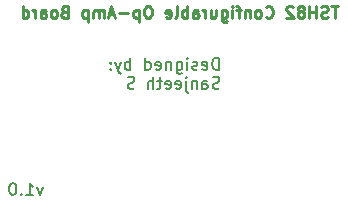
<source format=gbr>
%TF.GenerationSoftware,KiCad,Pcbnew,9.0.5*%
%TF.CreationDate,2025-12-25T12:25:27+05:30*%
%TF.ProjectId,TSH82_Configurable_Op-amp_Board,54534838-325f-4436-9f6e-666967757261,v1.1*%
%TF.SameCoordinates,Original*%
%TF.FileFunction,Legend,Bot*%
%TF.FilePolarity,Positive*%
%FSLAX46Y46*%
G04 Gerber Fmt 4.6, Leading zero omitted, Abs format (unit mm)*
G04 Created by KiCad (PCBNEW 9.0.5) date 2025-12-25 12:25:27*
%MOMM*%
%LPD*%
G01*
G04 APERTURE LIST*
%ADD10C,0.200000*%
%ADD11C,0.250000*%
G04 APERTURE END LIST*
D10*
X146630326Y-97257275D02*
X146630326Y-96257275D01*
X146630326Y-96257275D02*
X146392231Y-96257275D01*
X146392231Y-96257275D02*
X146249374Y-96304894D01*
X146249374Y-96304894D02*
X146154136Y-96400132D01*
X146154136Y-96400132D02*
X146106517Y-96495370D01*
X146106517Y-96495370D02*
X146058898Y-96685846D01*
X146058898Y-96685846D02*
X146058898Y-96828703D01*
X146058898Y-96828703D02*
X146106517Y-97019179D01*
X146106517Y-97019179D02*
X146154136Y-97114417D01*
X146154136Y-97114417D02*
X146249374Y-97209656D01*
X146249374Y-97209656D02*
X146392231Y-97257275D01*
X146392231Y-97257275D02*
X146630326Y-97257275D01*
X145249374Y-97209656D02*
X145344612Y-97257275D01*
X145344612Y-97257275D02*
X145535088Y-97257275D01*
X145535088Y-97257275D02*
X145630326Y-97209656D01*
X145630326Y-97209656D02*
X145677945Y-97114417D01*
X145677945Y-97114417D02*
X145677945Y-96733465D01*
X145677945Y-96733465D02*
X145630326Y-96638227D01*
X145630326Y-96638227D02*
X145535088Y-96590608D01*
X145535088Y-96590608D02*
X145344612Y-96590608D01*
X145344612Y-96590608D02*
X145249374Y-96638227D01*
X145249374Y-96638227D02*
X145201755Y-96733465D01*
X145201755Y-96733465D02*
X145201755Y-96828703D01*
X145201755Y-96828703D02*
X145677945Y-96923941D01*
X144820802Y-97209656D02*
X144725564Y-97257275D01*
X144725564Y-97257275D02*
X144535088Y-97257275D01*
X144535088Y-97257275D02*
X144439850Y-97209656D01*
X144439850Y-97209656D02*
X144392231Y-97114417D01*
X144392231Y-97114417D02*
X144392231Y-97066798D01*
X144392231Y-97066798D02*
X144439850Y-96971560D01*
X144439850Y-96971560D02*
X144535088Y-96923941D01*
X144535088Y-96923941D02*
X144677945Y-96923941D01*
X144677945Y-96923941D02*
X144773183Y-96876322D01*
X144773183Y-96876322D02*
X144820802Y-96781084D01*
X144820802Y-96781084D02*
X144820802Y-96733465D01*
X144820802Y-96733465D02*
X144773183Y-96638227D01*
X144773183Y-96638227D02*
X144677945Y-96590608D01*
X144677945Y-96590608D02*
X144535088Y-96590608D01*
X144535088Y-96590608D02*
X144439850Y-96638227D01*
X143963659Y-97257275D02*
X143963659Y-96590608D01*
X143963659Y-96257275D02*
X144011278Y-96304894D01*
X144011278Y-96304894D02*
X143963659Y-96352513D01*
X143963659Y-96352513D02*
X143916040Y-96304894D01*
X143916040Y-96304894D02*
X143963659Y-96257275D01*
X143963659Y-96257275D02*
X143963659Y-96352513D01*
X143058898Y-96590608D02*
X143058898Y-97400132D01*
X143058898Y-97400132D02*
X143106517Y-97495370D01*
X143106517Y-97495370D02*
X143154136Y-97542989D01*
X143154136Y-97542989D02*
X143249374Y-97590608D01*
X143249374Y-97590608D02*
X143392231Y-97590608D01*
X143392231Y-97590608D02*
X143487469Y-97542989D01*
X143058898Y-97209656D02*
X143154136Y-97257275D01*
X143154136Y-97257275D02*
X143344612Y-97257275D01*
X143344612Y-97257275D02*
X143439850Y-97209656D01*
X143439850Y-97209656D02*
X143487469Y-97162036D01*
X143487469Y-97162036D02*
X143535088Y-97066798D01*
X143535088Y-97066798D02*
X143535088Y-96781084D01*
X143535088Y-96781084D02*
X143487469Y-96685846D01*
X143487469Y-96685846D02*
X143439850Y-96638227D01*
X143439850Y-96638227D02*
X143344612Y-96590608D01*
X143344612Y-96590608D02*
X143154136Y-96590608D01*
X143154136Y-96590608D02*
X143058898Y-96638227D01*
X142582707Y-96590608D02*
X142582707Y-97257275D01*
X142582707Y-96685846D02*
X142535088Y-96638227D01*
X142535088Y-96638227D02*
X142439850Y-96590608D01*
X142439850Y-96590608D02*
X142296993Y-96590608D01*
X142296993Y-96590608D02*
X142201755Y-96638227D01*
X142201755Y-96638227D02*
X142154136Y-96733465D01*
X142154136Y-96733465D02*
X142154136Y-97257275D01*
X141296993Y-97209656D02*
X141392231Y-97257275D01*
X141392231Y-97257275D02*
X141582707Y-97257275D01*
X141582707Y-97257275D02*
X141677945Y-97209656D01*
X141677945Y-97209656D02*
X141725564Y-97114417D01*
X141725564Y-97114417D02*
X141725564Y-96733465D01*
X141725564Y-96733465D02*
X141677945Y-96638227D01*
X141677945Y-96638227D02*
X141582707Y-96590608D01*
X141582707Y-96590608D02*
X141392231Y-96590608D01*
X141392231Y-96590608D02*
X141296993Y-96638227D01*
X141296993Y-96638227D02*
X141249374Y-96733465D01*
X141249374Y-96733465D02*
X141249374Y-96828703D01*
X141249374Y-96828703D02*
X141725564Y-96923941D01*
X140392231Y-97257275D02*
X140392231Y-96257275D01*
X140392231Y-97209656D02*
X140487469Y-97257275D01*
X140487469Y-97257275D02*
X140677945Y-97257275D01*
X140677945Y-97257275D02*
X140773183Y-97209656D01*
X140773183Y-97209656D02*
X140820802Y-97162036D01*
X140820802Y-97162036D02*
X140868421Y-97066798D01*
X140868421Y-97066798D02*
X140868421Y-96781084D01*
X140868421Y-96781084D02*
X140820802Y-96685846D01*
X140820802Y-96685846D02*
X140773183Y-96638227D01*
X140773183Y-96638227D02*
X140677945Y-96590608D01*
X140677945Y-96590608D02*
X140487469Y-96590608D01*
X140487469Y-96590608D02*
X140392231Y-96638227D01*
X139154135Y-97257275D02*
X139154135Y-96257275D01*
X139154135Y-96638227D02*
X139058897Y-96590608D01*
X139058897Y-96590608D02*
X138868421Y-96590608D01*
X138868421Y-96590608D02*
X138773183Y-96638227D01*
X138773183Y-96638227D02*
X138725564Y-96685846D01*
X138725564Y-96685846D02*
X138677945Y-96781084D01*
X138677945Y-96781084D02*
X138677945Y-97066798D01*
X138677945Y-97066798D02*
X138725564Y-97162036D01*
X138725564Y-97162036D02*
X138773183Y-97209656D01*
X138773183Y-97209656D02*
X138868421Y-97257275D01*
X138868421Y-97257275D02*
X139058897Y-97257275D01*
X139058897Y-97257275D02*
X139154135Y-97209656D01*
X138344611Y-96590608D02*
X138106516Y-97257275D01*
X137868421Y-96590608D02*
X138106516Y-97257275D01*
X138106516Y-97257275D02*
X138201754Y-97495370D01*
X138201754Y-97495370D02*
X138249373Y-97542989D01*
X138249373Y-97542989D02*
X138344611Y-97590608D01*
X137487468Y-97162036D02*
X137439849Y-97209656D01*
X137439849Y-97209656D02*
X137487468Y-97257275D01*
X137487468Y-97257275D02*
X137535087Y-97209656D01*
X137535087Y-97209656D02*
X137487468Y-97162036D01*
X137487468Y-97162036D02*
X137487468Y-97257275D01*
X137487468Y-96638227D02*
X137439849Y-96685846D01*
X137439849Y-96685846D02*
X137487468Y-96733465D01*
X137487468Y-96733465D02*
X137535087Y-96685846D01*
X137535087Y-96685846D02*
X137487468Y-96638227D01*
X137487468Y-96638227D02*
X137487468Y-96733465D01*
X146677945Y-98819600D02*
X146535088Y-98867219D01*
X146535088Y-98867219D02*
X146296993Y-98867219D01*
X146296993Y-98867219D02*
X146201755Y-98819600D01*
X146201755Y-98819600D02*
X146154136Y-98771980D01*
X146154136Y-98771980D02*
X146106517Y-98676742D01*
X146106517Y-98676742D02*
X146106517Y-98581504D01*
X146106517Y-98581504D02*
X146154136Y-98486266D01*
X146154136Y-98486266D02*
X146201755Y-98438647D01*
X146201755Y-98438647D02*
X146296993Y-98391028D01*
X146296993Y-98391028D02*
X146487469Y-98343409D01*
X146487469Y-98343409D02*
X146582707Y-98295790D01*
X146582707Y-98295790D02*
X146630326Y-98248171D01*
X146630326Y-98248171D02*
X146677945Y-98152933D01*
X146677945Y-98152933D02*
X146677945Y-98057695D01*
X146677945Y-98057695D02*
X146630326Y-97962457D01*
X146630326Y-97962457D02*
X146582707Y-97914838D01*
X146582707Y-97914838D02*
X146487469Y-97867219D01*
X146487469Y-97867219D02*
X146249374Y-97867219D01*
X146249374Y-97867219D02*
X146106517Y-97914838D01*
X145249374Y-98867219D02*
X145249374Y-98343409D01*
X145249374Y-98343409D02*
X145296993Y-98248171D01*
X145296993Y-98248171D02*
X145392231Y-98200552D01*
X145392231Y-98200552D02*
X145582707Y-98200552D01*
X145582707Y-98200552D02*
X145677945Y-98248171D01*
X145249374Y-98819600D02*
X145344612Y-98867219D01*
X145344612Y-98867219D02*
X145582707Y-98867219D01*
X145582707Y-98867219D02*
X145677945Y-98819600D01*
X145677945Y-98819600D02*
X145725564Y-98724361D01*
X145725564Y-98724361D02*
X145725564Y-98629123D01*
X145725564Y-98629123D02*
X145677945Y-98533885D01*
X145677945Y-98533885D02*
X145582707Y-98486266D01*
X145582707Y-98486266D02*
X145344612Y-98486266D01*
X145344612Y-98486266D02*
X145249374Y-98438647D01*
X144773183Y-98200552D02*
X144773183Y-98867219D01*
X144773183Y-98295790D02*
X144725564Y-98248171D01*
X144725564Y-98248171D02*
X144630326Y-98200552D01*
X144630326Y-98200552D02*
X144487469Y-98200552D01*
X144487469Y-98200552D02*
X144392231Y-98248171D01*
X144392231Y-98248171D02*
X144344612Y-98343409D01*
X144344612Y-98343409D02*
X144344612Y-98867219D01*
X143868421Y-98200552D02*
X143868421Y-99057695D01*
X143868421Y-99057695D02*
X143916040Y-99152933D01*
X143916040Y-99152933D02*
X144011278Y-99200552D01*
X144011278Y-99200552D02*
X144058897Y-99200552D01*
X143868421Y-97867219D02*
X143916040Y-97914838D01*
X143916040Y-97914838D02*
X143868421Y-97962457D01*
X143868421Y-97962457D02*
X143820802Y-97914838D01*
X143820802Y-97914838D02*
X143868421Y-97867219D01*
X143868421Y-97867219D02*
X143868421Y-97962457D01*
X143011279Y-98819600D02*
X143106517Y-98867219D01*
X143106517Y-98867219D02*
X143296993Y-98867219D01*
X143296993Y-98867219D02*
X143392231Y-98819600D01*
X143392231Y-98819600D02*
X143439850Y-98724361D01*
X143439850Y-98724361D02*
X143439850Y-98343409D01*
X143439850Y-98343409D02*
X143392231Y-98248171D01*
X143392231Y-98248171D02*
X143296993Y-98200552D01*
X143296993Y-98200552D02*
X143106517Y-98200552D01*
X143106517Y-98200552D02*
X143011279Y-98248171D01*
X143011279Y-98248171D02*
X142963660Y-98343409D01*
X142963660Y-98343409D02*
X142963660Y-98438647D01*
X142963660Y-98438647D02*
X143439850Y-98533885D01*
X142154136Y-98819600D02*
X142249374Y-98867219D01*
X142249374Y-98867219D02*
X142439850Y-98867219D01*
X142439850Y-98867219D02*
X142535088Y-98819600D01*
X142535088Y-98819600D02*
X142582707Y-98724361D01*
X142582707Y-98724361D02*
X142582707Y-98343409D01*
X142582707Y-98343409D02*
X142535088Y-98248171D01*
X142535088Y-98248171D02*
X142439850Y-98200552D01*
X142439850Y-98200552D02*
X142249374Y-98200552D01*
X142249374Y-98200552D02*
X142154136Y-98248171D01*
X142154136Y-98248171D02*
X142106517Y-98343409D01*
X142106517Y-98343409D02*
X142106517Y-98438647D01*
X142106517Y-98438647D02*
X142582707Y-98533885D01*
X141820802Y-98200552D02*
X141439850Y-98200552D01*
X141677945Y-97867219D02*
X141677945Y-98724361D01*
X141677945Y-98724361D02*
X141630326Y-98819600D01*
X141630326Y-98819600D02*
X141535088Y-98867219D01*
X141535088Y-98867219D02*
X141439850Y-98867219D01*
X141106516Y-98867219D02*
X141106516Y-97867219D01*
X140677945Y-98867219D02*
X140677945Y-98343409D01*
X140677945Y-98343409D02*
X140725564Y-98248171D01*
X140725564Y-98248171D02*
X140820802Y-98200552D01*
X140820802Y-98200552D02*
X140963659Y-98200552D01*
X140963659Y-98200552D02*
X141058897Y-98248171D01*
X141058897Y-98248171D02*
X141106516Y-98295790D01*
X139487468Y-98819600D02*
X139344611Y-98867219D01*
X139344611Y-98867219D02*
X139106516Y-98867219D01*
X139106516Y-98867219D02*
X139011278Y-98819600D01*
X139011278Y-98819600D02*
X138963659Y-98771980D01*
X138963659Y-98771980D02*
X138916040Y-98676742D01*
X138916040Y-98676742D02*
X138916040Y-98581504D01*
X138916040Y-98581504D02*
X138963659Y-98486266D01*
X138963659Y-98486266D02*
X139011278Y-98438647D01*
X139011278Y-98438647D02*
X139106516Y-98391028D01*
X139106516Y-98391028D02*
X139296992Y-98343409D01*
X139296992Y-98343409D02*
X139392230Y-98295790D01*
X139392230Y-98295790D02*
X139439849Y-98248171D01*
X139439849Y-98248171D02*
X139487468Y-98152933D01*
X139487468Y-98152933D02*
X139487468Y-98057695D01*
X139487468Y-98057695D02*
X139439849Y-97962457D01*
X139439849Y-97962457D02*
X139392230Y-97914838D01*
X139392230Y-97914838D02*
X139296992Y-97867219D01*
X139296992Y-97867219D02*
X139058897Y-97867219D01*
X139058897Y-97867219D02*
X138916040Y-97914838D01*
D11*
X156740288Y-91864619D02*
X156168860Y-91864619D01*
X156454574Y-92864619D02*
X156454574Y-91864619D01*
X155883145Y-92817000D02*
X155740288Y-92864619D01*
X155740288Y-92864619D02*
X155502193Y-92864619D01*
X155502193Y-92864619D02*
X155406955Y-92817000D01*
X155406955Y-92817000D02*
X155359336Y-92769380D01*
X155359336Y-92769380D02*
X155311717Y-92674142D01*
X155311717Y-92674142D02*
X155311717Y-92578904D01*
X155311717Y-92578904D02*
X155359336Y-92483666D01*
X155359336Y-92483666D02*
X155406955Y-92436047D01*
X155406955Y-92436047D02*
X155502193Y-92388428D01*
X155502193Y-92388428D02*
X155692669Y-92340809D01*
X155692669Y-92340809D02*
X155787907Y-92293190D01*
X155787907Y-92293190D02*
X155835526Y-92245571D01*
X155835526Y-92245571D02*
X155883145Y-92150333D01*
X155883145Y-92150333D02*
X155883145Y-92055095D01*
X155883145Y-92055095D02*
X155835526Y-91959857D01*
X155835526Y-91959857D02*
X155787907Y-91912238D01*
X155787907Y-91912238D02*
X155692669Y-91864619D01*
X155692669Y-91864619D02*
X155454574Y-91864619D01*
X155454574Y-91864619D02*
X155311717Y-91912238D01*
X154883145Y-92864619D02*
X154883145Y-91864619D01*
X154883145Y-92340809D02*
X154311717Y-92340809D01*
X154311717Y-92864619D02*
X154311717Y-91864619D01*
X153692669Y-92293190D02*
X153787907Y-92245571D01*
X153787907Y-92245571D02*
X153835526Y-92197952D01*
X153835526Y-92197952D02*
X153883145Y-92102714D01*
X153883145Y-92102714D02*
X153883145Y-92055095D01*
X153883145Y-92055095D02*
X153835526Y-91959857D01*
X153835526Y-91959857D02*
X153787907Y-91912238D01*
X153787907Y-91912238D02*
X153692669Y-91864619D01*
X153692669Y-91864619D02*
X153502193Y-91864619D01*
X153502193Y-91864619D02*
X153406955Y-91912238D01*
X153406955Y-91912238D02*
X153359336Y-91959857D01*
X153359336Y-91959857D02*
X153311717Y-92055095D01*
X153311717Y-92055095D02*
X153311717Y-92102714D01*
X153311717Y-92102714D02*
X153359336Y-92197952D01*
X153359336Y-92197952D02*
X153406955Y-92245571D01*
X153406955Y-92245571D02*
X153502193Y-92293190D01*
X153502193Y-92293190D02*
X153692669Y-92293190D01*
X153692669Y-92293190D02*
X153787907Y-92340809D01*
X153787907Y-92340809D02*
X153835526Y-92388428D01*
X153835526Y-92388428D02*
X153883145Y-92483666D01*
X153883145Y-92483666D02*
X153883145Y-92674142D01*
X153883145Y-92674142D02*
X153835526Y-92769380D01*
X153835526Y-92769380D02*
X153787907Y-92817000D01*
X153787907Y-92817000D02*
X153692669Y-92864619D01*
X153692669Y-92864619D02*
X153502193Y-92864619D01*
X153502193Y-92864619D02*
X153406955Y-92817000D01*
X153406955Y-92817000D02*
X153359336Y-92769380D01*
X153359336Y-92769380D02*
X153311717Y-92674142D01*
X153311717Y-92674142D02*
X153311717Y-92483666D01*
X153311717Y-92483666D02*
X153359336Y-92388428D01*
X153359336Y-92388428D02*
X153406955Y-92340809D01*
X153406955Y-92340809D02*
X153502193Y-92293190D01*
X152930764Y-91959857D02*
X152883145Y-91912238D01*
X152883145Y-91912238D02*
X152787907Y-91864619D01*
X152787907Y-91864619D02*
X152549812Y-91864619D01*
X152549812Y-91864619D02*
X152454574Y-91912238D01*
X152454574Y-91912238D02*
X152406955Y-91959857D01*
X152406955Y-91959857D02*
X152359336Y-92055095D01*
X152359336Y-92055095D02*
X152359336Y-92150333D01*
X152359336Y-92150333D02*
X152406955Y-92293190D01*
X152406955Y-92293190D02*
X152978383Y-92864619D01*
X152978383Y-92864619D02*
X152359336Y-92864619D01*
X150597431Y-92769380D02*
X150645050Y-92817000D01*
X150645050Y-92817000D02*
X150787907Y-92864619D01*
X150787907Y-92864619D02*
X150883145Y-92864619D01*
X150883145Y-92864619D02*
X151026002Y-92817000D01*
X151026002Y-92817000D02*
X151121240Y-92721761D01*
X151121240Y-92721761D02*
X151168859Y-92626523D01*
X151168859Y-92626523D02*
X151216478Y-92436047D01*
X151216478Y-92436047D02*
X151216478Y-92293190D01*
X151216478Y-92293190D02*
X151168859Y-92102714D01*
X151168859Y-92102714D02*
X151121240Y-92007476D01*
X151121240Y-92007476D02*
X151026002Y-91912238D01*
X151026002Y-91912238D02*
X150883145Y-91864619D01*
X150883145Y-91864619D02*
X150787907Y-91864619D01*
X150787907Y-91864619D02*
X150645050Y-91912238D01*
X150645050Y-91912238D02*
X150597431Y-91959857D01*
X150026002Y-92864619D02*
X150121240Y-92817000D01*
X150121240Y-92817000D02*
X150168859Y-92769380D01*
X150168859Y-92769380D02*
X150216478Y-92674142D01*
X150216478Y-92674142D02*
X150216478Y-92388428D01*
X150216478Y-92388428D02*
X150168859Y-92293190D01*
X150168859Y-92293190D02*
X150121240Y-92245571D01*
X150121240Y-92245571D02*
X150026002Y-92197952D01*
X150026002Y-92197952D02*
X149883145Y-92197952D01*
X149883145Y-92197952D02*
X149787907Y-92245571D01*
X149787907Y-92245571D02*
X149740288Y-92293190D01*
X149740288Y-92293190D02*
X149692669Y-92388428D01*
X149692669Y-92388428D02*
X149692669Y-92674142D01*
X149692669Y-92674142D02*
X149740288Y-92769380D01*
X149740288Y-92769380D02*
X149787907Y-92817000D01*
X149787907Y-92817000D02*
X149883145Y-92864619D01*
X149883145Y-92864619D02*
X150026002Y-92864619D01*
X149264097Y-92197952D02*
X149264097Y-92864619D01*
X149264097Y-92293190D02*
X149216478Y-92245571D01*
X149216478Y-92245571D02*
X149121240Y-92197952D01*
X149121240Y-92197952D02*
X148978383Y-92197952D01*
X148978383Y-92197952D02*
X148883145Y-92245571D01*
X148883145Y-92245571D02*
X148835526Y-92340809D01*
X148835526Y-92340809D02*
X148835526Y-92864619D01*
X148502192Y-92197952D02*
X148121240Y-92197952D01*
X148359335Y-92864619D02*
X148359335Y-92007476D01*
X148359335Y-92007476D02*
X148311716Y-91912238D01*
X148311716Y-91912238D02*
X148216478Y-91864619D01*
X148216478Y-91864619D02*
X148121240Y-91864619D01*
X147787906Y-92864619D02*
X147787906Y-92197952D01*
X147787906Y-91864619D02*
X147835525Y-91912238D01*
X147835525Y-91912238D02*
X147787906Y-91959857D01*
X147787906Y-91959857D02*
X147740287Y-91912238D01*
X147740287Y-91912238D02*
X147787906Y-91864619D01*
X147787906Y-91864619D02*
X147787906Y-91959857D01*
X146883145Y-92197952D02*
X146883145Y-93007476D01*
X146883145Y-93007476D02*
X146930764Y-93102714D01*
X146930764Y-93102714D02*
X146978383Y-93150333D01*
X146978383Y-93150333D02*
X147073621Y-93197952D01*
X147073621Y-93197952D02*
X147216478Y-93197952D01*
X147216478Y-93197952D02*
X147311716Y-93150333D01*
X146883145Y-92817000D02*
X146978383Y-92864619D01*
X146978383Y-92864619D02*
X147168859Y-92864619D01*
X147168859Y-92864619D02*
X147264097Y-92817000D01*
X147264097Y-92817000D02*
X147311716Y-92769380D01*
X147311716Y-92769380D02*
X147359335Y-92674142D01*
X147359335Y-92674142D02*
X147359335Y-92388428D01*
X147359335Y-92388428D02*
X147311716Y-92293190D01*
X147311716Y-92293190D02*
X147264097Y-92245571D01*
X147264097Y-92245571D02*
X147168859Y-92197952D01*
X147168859Y-92197952D02*
X146978383Y-92197952D01*
X146978383Y-92197952D02*
X146883145Y-92245571D01*
X145978383Y-92197952D02*
X145978383Y-92864619D01*
X146406954Y-92197952D02*
X146406954Y-92721761D01*
X146406954Y-92721761D02*
X146359335Y-92817000D01*
X146359335Y-92817000D02*
X146264097Y-92864619D01*
X146264097Y-92864619D02*
X146121240Y-92864619D01*
X146121240Y-92864619D02*
X146026002Y-92817000D01*
X146026002Y-92817000D02*
X145978383Y-92769380D01*
X145502192Y-92864619D02*
X145502192Y-92197952D01*
X145502192Y-92388428D02*
X145454573Y-92293190D01*
X145454573Y-92293190D02*
X145406954Y-92245571D01*
X145406954Y-92245571D02*
X145311716Y-92197952D01*
X145311716Y-92197952D02*
X145216478Y-92197952D01*
X144454573Y-92864619D02*
X144454573Y-92340809D01*
X144454573Y-92340809D02*
X144502192Y-92245571D01*
X144502192Y-92245571D02*
X144597430Y-92197952D01*
X144597430Y-92197952D02*
X144787906Y-92197952D01*
X144787906Y-92197952D02*
X144883144Y-92245571D01*
X144454573Y-92817000D02*
X144549811Y-92864619D01*
X144549811Y-92864619D02*
X144787906Y-92864619D01*
X144787906Y-92864619D02*
X144883144Y-92817000D01*
X144883144Y-92817000D02*
X144930763Y-92721761D01*
X144930763Y-92721761D02*
X144930763Y-92626523D01*
X144930763Y-92626523D02*
X144883144Y-92531285D01*
X144883144Y-92531285D02*
X144787906Y-92483666D01*
X144787906Y-92483666D02*
X144549811Y-92483666D01*
X144549811Y-92483666D02*
X144454573Y-92436047D01*
X143978382Y-92864619D02*
X143978382Y-91864619D01*
X143978382Y-92245571D02*
X143883144Y-92197952D01*
X143883144Y-92197952D02*
X143692668Y-92197952D01*
X143692668Y-92197952D02*
X143597430Y-92245571D01*
X143597430Y-92245571D02*
X143549811Y-92293190D01*
X143549811Y-92293190D02*
X143502192Y-92388428D01*
X143502192Y-92388428D02*
X143502192Y-92674142D01*
X143502192Y-92674142D02*
X143549811Y-92769380D01*
X143549811Y-92769380D02*
X143597430Y-92817000D01*
X143597430Y-92817000D02*
X143692668Y-92864619D01*
X143692668Y-92864619D02*
X143883144Y-92864619D01*
X143883144Y-92864619D02*
X143978382Y-92817000D01*
X142930763Y-92864619D02*
X143026001Y-92817000D01*
X143026001Y-92817000D02*
X143073620Y-92721761D01*
X143073620Y-92721761D02*
X143073620Y-91864619D01*
X142168858Y-92817000D02*
X142264096Y-92864619D01*
X142264096Y-92864619D02*
X142454572Y-92864619D01*
X142454572Y-92864619D02*
X142549810Y-92817000D01*
X142549810Y-92817000D02*
X142597429Y-92721761D01*
X142597429Y-92721761D02*
X142597429Y-92340809D01*
X142597429Y-92340809D02*
X142549810Y-92245571D01*
X142549810Y-92245571D02*
X142454572Y-92197952D01*
X142454572Y-92197952D02*
X142264096Y-92197952D01*
X142264096Y-92197952D02*
X142168858Y-92245571D01*
X142168858Y-92245571D02*
X142121239Y-92340809D01*
X142121239Y-92340809D02*
X142121239Y-92436047D01*
X142121239Y-92436047D02*
X142597429Y-92531285D01*
X140740286Y-91864619D02*
X140549810Y-91864619D01*
X140549810Y-91864619D02*
X140454572Y-91912238D01*
X140454572Y-91912238D02*
X140359334Y-92007476D01*
X140359334Y-92007476D02*
X140311715Y-92197952D01*
X140311715Y-92197952D02*
X140311715Y-92531285D01*
X140311715Y-92531285D02*
X140359334Y-92721761D01*
X140359334Y-92721761D02*
X140454572Y-92817000D01*
X140454572Y-92817000D02*
X140549810Y-92864619D01*
X140549810Y-92864619D02*
X140740286Y-92864619D01*
X140740286Y-92864619D02*
X140835524Y-92817000D01*
X140835524Y-92817000D02*
X140930762Y-92721761D01*
X140930762Y-92721761D02*
X140978381Y-92531285D01*
X140978381Y-92531285D02*
X140978381Y-92197952D01*
X140978381Y-92197952D02*
X140930762Y-92007476D01*
X140930762Y-92007476D02*
X140835524Y-91912238D01*
X140835524Y-91912238D02*
X140740286Y-91864619D01*
X139883143Y-92197952D02*
X139883143Y-93197952D01*
X139883143Y-92245571D02*
X139787905Y-92197952D01*
X139787905Y-92197952D02*
X139597429Y-92197952D01*
X139597429Y-92197952D02*
X139502191Y-92245571D01*
X139502191Y-92245571D02*
X139454572Y-92293190D01*
X139454572Y-92293190D02*
X139406953Y-92388428D01*
X139406953Y-92388428D02*
X139406953Y-92674142D01*
X139406953Y-92674142D02*
X139454572Y-92769380D01*
X139454572Y-92769380D02*
X139502191Y-92817000D01*
X139502191Y-92817000D02*
X139597429Y-92864619D01*
X139597429Y-92864619D02*
X139787905Y-92864619D01*
X139787905Y-92864619D02*
X139883143Y-92817000D01*
X138978381Y-92483666D02*
X138216477Y-92483666D01*
X137787905Y-92578904D02*
X137311715Y-92578904D01*
X137883143Y-92864619D02*
X137549810Y-91864619D01*
X137549810Y-91864619D02*
X137216477Y-92864619D01*
X136883143Y-92864619D02*
X136883143Y-92197952D01*
X136883143Y-92293190D02*
X136835524Y-92245571D01*
X136835524Y-92245571D02*
X136740286Y-92197952D01*
X136740286Y-92197952D02*
X136597429Y-92197952D01*
X136597429Y-92197952D02*
X136502191Y-92245571D01*
X136502191Y-92245571D02*
X136454572Y-92340809D01*
X136454572Y-92340809D02*
X136454572Y-92864619D01*
X136454572Y-92340809D02*
X136406953Y-92245571D01*
X136406953Y-92245571D02*
X136311715Y-92197952D01*
X136311715Y-92197952D02*
X136168858Y-92197952D01*
X136168858Y-92197952D02*
X136073619Y-92245571D01*
X136073619Y-92245571D02*
X136026000Y-92340809D01*
X136026000Y-92340809D02*
X136026000Y-92864619D01*
X135549810Y-92197952D02*
X135549810Y-93197952D01*
X135549810Y-92245571D02*
X135454572Y-92197952D01*
X135454572Y-92197952D02*
X135264096Y-92197952D01*
X135264096Y-92197952D02*
X135168858Y-92245571D01*
X135168858Y-92245571D02*
X135121239Y-92293190D01*
X135121239Y-92293190D02*
X135073620Y-92388428D01*
X135073620Y-92388428D02*
X135073620Y-92674142D01*
X135073620Y-92674142D02*
X135121239Y-92769380D01*
X135121239Y-92769380D02*
X135168858Y-92817000D01*
X135168858Y-92817000D02*
X135264096Y-92864619D01*
X135264096Y-92864619D02*
X135454572Y-92864619D01*
X135454572Y-92864619D02*
X135549810Y-92817000D01*
X133549810Y-92340809D02*
X133406953Y-92388428D01*
X133406953Y-92388428D02*
X133359334Y-92436047D01*
X133359334Y-92436047D02*
X133311715Y-92531285D01*
X133311715Y-92531285D02*
X133311715Y-92674142D01*
X133311715Y-92674142D02*
X133359334Y-92769380D01*
X133359334Y-92769380D02*
X133406953Y-92817000D01*
X133406953Y-92817000D02*
X133502191Y-92864619D01*
X133502191Y-92864619D02*
X133883143Y-92864619D01*
X133883143Y-92864619D02*
X133883143Y-91864619D01*
X133883143Y-91864619D02*
X133549810Y-91864619D01*
X133549810Y-91864619D02*
X133454572Y-91912238D01*
X133454572Y-91912238D02*
X133406953Y-91959857D01*
X133406953Y-91959857D02*
X133359334Y-92055095D01*
X133359334Y-92055095D02*
X133359334Y-92150333D01*
X133359334Y-92150333D02*
X133406953Y-92245571D01*
X133406953Y-92245571D02*
X133454572Y-92293190D01*
X133454572Y-92293190D02*
X133549810Y-92340809D01*
X133549810Y-92340809D02*
X133883143Y-92340809D01*
X132740286Y-92864619D02*
X132835524Y-92817000D01*
X132835524Y-92817000D02*
X132883143Y-92769380D01*
X132883143Y-92769380D02*
X132930762Y-92674142D01*
X132930762Y-92674142D02*
X132930762Y-92388428D01*
X132930762Y-92388428D02*
X132883143Y-92293190D01*
X132883143Y-92293190D02*
X132835524Y-92245571D01*
X132835524Y-92245571D02*
X132740286Y-92197952D01*
X132740286Y-92197952D02*
X132597429Y-92197952D01*
X132597429Y-92197952D02*
X132502191Y-92245571D01*
X132502191Y-92245571D02*
X132454572Y-92293190D01*
X132454572Y-92293190D02*
X132406953Y-92388428D01*
X132406953Y-92388428D02*
X132406953Y-92674142D01*
X132406953Y-92674142D02*
X132454572Y-92769380D01*
X132454572Y-92769380D02*
X132502191Y-92817000D01*
X132502191Y-92817000D02*
X132597429Y-92864619D01*
X132597429Y-92864619D02*
X132740286Y-92864619D01*
X131549810Y-92864619D02*
X131549810Y-92340809D01*
X131549810Y-92340809D02*
X131597429Y-92245571D01*
X131597429Y-92245571D02*
X131692667Y-92197952D01*
X131692667Y-92197952D02*
X131883143Y-92197952D01*
X131883143Y-92197952D02*
X131978381Y-92245571D01*
X131549810Y-92817000D02*
X131645048Y-92864619D01*
X131645048Y-92864619D02*
X131883143Y-92864619D01*
X131883143Y-92864619D02*
X131978381Y-92817000D01*
X131978381Y-92817000D02*
X132026000Y-92721761D01*
X132026000Y-92721761D02*
X132026000Y-92626523D01*
X132026000Y-92626523D02*
X131978381Y-92531285D01*
X131978381Y-92531285D02*
X131883143Y-92483666D01*
X131883143Y-92483666D02*
X131645048Y-92483666D01*
X131645048Y-92483666D02*
X131549810Y-92436047D01*
X131073619Y-92864619D02*
X131073619Y-92197952D01*
X131073619Y-92388428D02*
X131026000Y-92293190D01*
X131026000Y-92293190D02*
X130978381Y-92245571D01*
X130978381Y-92245571D02*
X130883143Y-92197952D01*
X130883143Y-92197952D02*
X130787905Y-92197952D01*
X130026000Y-92864619D02*
X130026000Y-91864619D01*
X130026000Y-92817000D02*
X130121238Y-92864619D01*
X130121238Y-92864619D02*
X130311714Y-92864619D01*
X130311714Y-92864619D02*
X130406952Y-92817000D01*
X130406952Y-92817000D02*
X130454571Y-92769380D01*
X130454571Y-92769380D02*
X130502190Y-92674142D01*
X130502190Y-92674142D02*
X130502190Y-92388428D01*
X130502190Y-92388428D02*
X130454571Y-92293190D01*
X130454571Y-92293190D02*
X130406952Y-92245571D01*
X130406952Y-92245571D02*
X130311714Y-92197952D01*
X130311714Y-92197952D02*
X130121238Y-92197952D01*
X130121238Y-92197952D02*
X130026000Y-92245571D01*
D10*
X131725564Y-107200552D02*
X131487469Y-107867219D01*
X131487469Y-107867219D02*
X131249374Y-107200552D01*
X130344612Y-107867219D02*
X130916040Y-107867219D01*
X130630326Y-107867219D02*
X130630326Y-106867219D01*
X130630326Y-106867219D02*
X130725564Y-107010076D01*
X130725564Y-107010076D02*
X130820802Y-107105314D01*
X130820802Y-107105314D02*
X130916040Y-107152933D01*
X129916040Y-107771980D02*
X129868421Y-107819600D01*
X129868421Y-107819600D02*
X129916040Y-107867219D01*
X129916040Y-107867219D02*
X129963659Y-107819600D01*
X129963659Y-107819600D02*
X129916040Y-107771980D01*
X129916040Y-107771980D02*
X129916040Y-107867219D01*
X129249374Y-106867219D02*
X129154136Y-106867219D01*
X129154136Y-106867219D02*
X129058898Y-106914838D01*
X129058898Y-106914838D02*
X129011279Y-106962457D01*
X129011279Y-106962457D02*
X128963660Y-107057695D01*
X128963660Y-107057695D02*
X128916041Y-107248171D01*
X128916041Y-107248171D02*
X128916041Y-107486266D01*
X128916041Y-107486266D02*
X128963660Y-107676742D01*
X128963660Y-107676742D02*
X129011279Y-107771980D01*
X129011279Y-107771980D02*
X129058898Y-107819600D01*
X129058898Y-107819600D02*
X129154136Y-107867219D01*
X129154136Y-107867219D02*
X129249374Y-107867219D01*
X129249374Y-107867219D02*
X129344612Y-107819600D01*
X129344612Y-107819600D02*
X129392231Y-107771980D01*
X129392231Y-107771980D02*
X129439850Y-107676742D01*
X129439850Y-107676742D02*
X129487469Y-107486266D01*
X129487469Y-107486266D02*
X129487469Y-107248171D01*
X129487469Y-107248171D02*
X129439850Y-107057695D01*
X129439850Y-107057695D02*
X129392231Y-106962457D01*
X129392231Y-106962457D02*
X129344612Y-106914838D01*
X129344612Y-106914838D02*
X129249374Y-106867219D01*
M02*

</source>
